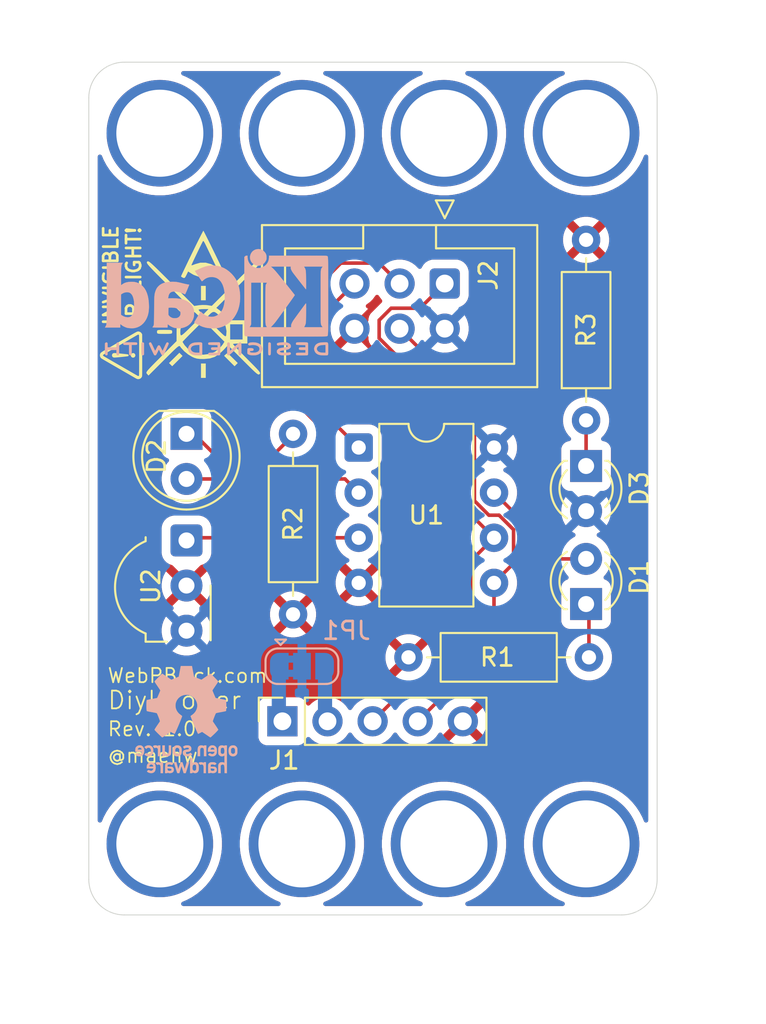
<source format=kicad_pcb>
(kicad_pcb (version 20241229) (generator "pcbnew") (generator_version "9.0")
  (title_block (title "DiyIrTower") (date "2026-01-23") (rev "1.0") (comment 4 "Author: maehw"))
  (layers (0 "F.Cu" signal) (2 "B.Cu" signal) (13 "F.Paste" user) (15 "B.Paste" user) (5 "F.SilkS" user "F.Silkscreen") (7 "B.SilkS" user "B.Silkscreen") (1 "F.Mask" user) (3 "B.Mask" user) (25 "Edge.Cuts" user))
  (net 0 "")
  (net 1 "Net-(D1-K)")
  (net 2 "/ACTIVITY")
  (net 3 "/IR_TX")
  (net 4 "Net-(D2-K)")
  (net 5 "Net-(D3-K)")
  (net 6 "VCC")
  (net 7 "/UART_TX")
  (net 8 "GND")
  (net 9 "/UART_RX")
  (net 10 "Net-(J2-~{RST})")
  (net 11 "/IR_RX")
  (net 12 "/3V3")
  (net 13 "/5V")
  (footprint "LED_THT:LED_D3.0mm" (layer "F.Cu") (at 117.5 122.23 -90)
    (property "Reference" "D3" (at 1.27 -3 90) (layer "F.SilkS"))
    (property "Value" "POWER LED")
    (pad "1" thru_hole rect (at 0 0 270) (size 1.8 1.8) (drill 0.9) (layers "*.Cu" "*.Mask") (net 5 "Net-(D3-K)"))
    (pad "2" thru_hole circle (at 2.54 0 270) (size 1.8 1.8) (drill 0.9) (layers "*.Cu" "*.Mask") (net 6 "VCC"))
  )
  (footprint "brick-4_9id-6_0od:brick-1x4" (layer "F.Cu") (at 93.5 143.5 90)
    (property "Reference" "MH" (hide yes))
    (property "Value" "brick-1x4")
    (pad "1" thru_hole circle (at 0 0 90) (size 6 6) (drill 4.9) (layers "*.Cu" "*.Mask"))
    (pad "2" thru_hole circle (at 0 8 90) (size 6 6) (drill 4.9) (layers "*.Cu" "*.Mask"))
    (pad "3" thru_hole circle (at 0 16 90) (size 6 6) (drill 4.9) (layers "*.Cu" "*.Mask"))
    (pad "4" thru_hole circle (at 0 24 90) (size 6 6) (drill 4.9) (layers "*.Cu" "*.Mask"))
  )
  (footprint "IrLed:LED_D5.0mm_IRBlue" (layer "F.Cu") (at 95 120.42 -90)
    (property "Reference" "D2" (at 1.27 1.685 90) (layer "F.SilkS"))
    (property "Value" "TSAL6200")
    (pad "1" thru_hole rect (at 0 0 270) (size 1.8 1.8) (drill 0.9) (layers "*.Cu" "*.Mask") (net 4 "Net-(D2-K)"))
    (pad "2" thru_hole circle (at 2.54 0 270) (size 1.8 1.8) (drill 0.9) (layers "*.Cu" "*.Mask") (net 3 "/IR_TX"))
  )
  (footprint "IrLed:DontStareIntoLight_9.0mm" (layer "F.Cu") (at 95.950974 113.442996 -90)
    (property "Reference" "G***" (hide yes))
    (property "Value" "LOGO" (hide yes))
  )
  (footprint "IrLed:Danger_4mm" (layer "F.Cu") (at 91.3 116 90)
    (property "Reference" "G***" (hide yes))
    (property "Value" "LOGO" (hide yes))
  )
  (footprint "brick-4_9id-6_0od:brick-1x4" (layer "F.Cu") (at 93.5 103.5 90)
    (property "Reference" "MH" (hide yes))
    (property "Value" "brick-1x4")
    (pad "1" thru_hole circle (at 0 0 90) (size 6 6) (drill 4.9) (layers "*.Cu" "*.Mask"))
    (pad "2" thru_hole circle (at 0 8 90) (size 6 6) (drill 4.9) (layers "*.Cu" "*.Mask"))
    (pad "3" thru_hole circle (at 0 16 90) (size 6 6) (drill 4.9) (layers "*.Cu" "*.Mask"))
    (pad "4" thru_hole circle (at 0 24 90) (size 6 6) (drill 4.9) (layers "*.Cu" "*.Mask"))
  )
  (footprint "Connector_PinSocket_2.54mm:PinSocket_1x05_P2.54mm_Vertical" (layer "F.Cu") (at 100.4 136.6 90)
    (property "Reference" "J1" (at -2.2 0.1 180) (layer "F.SilkS"))
    (property "Value" "Conn_01x05")
    (pad "1" thru_hole rect (at 0 0 90) (size 1.7 1.7) (drill 1) (layers "*.Cu" "*.Mask") (net 13 "/5V"))
    (pad "2" thru_hole circle (at 0 2.54 90) (size 1.7 1.7) (drill 1) (layers "*.Cu" "*.Mask") (net 12 "/3V3"))
    (pad "3" thru_hole circle (at 0 5.08 90) (size 1.7 1.7) (drill 1) (layers "*.Cu" "*.Mask") (net 7 "/UART_TX"))
    (pad "4" thru_hole circle (at 0 7.62 90) (size 1.7 1.7) (drill 1) (layers "*.Cu" "*.Mask") (net 9 "/UART_RX"))
    (pad "5" thru_hole circle (at 0 10.16 90) (size 1.7 1.7) (drill 1) (layers "*.Cu" "*.Mask") (net 8 "GND"))
  )
  (footprint "Connector_IDC:IDC-Header_2x03_P2.54mm_Vertical" (layer "F.Cu") (at 109.54 111.96 -90)
    (property "Reference" "J2" (at -0.46 -2.46 90) (layer "F.SilkS"))
    (property "Value" "AVR-ISP-6")
    (pad "1" thru_hole roundrect (at 0 0 270) (size 1.7 1.7) (drill 1) (layers "*.Cu" "*.Mask") (roundrect_rratio 0.147059) (net 7 "/UART_TX"))
    (pad "2" thru_hole circle (at 2.54 0 270) (size 1.7 1.7) (drill 1) (layers "*.Cu" "*.Mask") (net 6 "VCC"))
    (pad "3" thru_hole circle (at 0 2.54 270) (size 1.7 1.7) (drill 1) (layers "*.Cu" "*.Mask") (net 3 "/IR_TX"))
    (pad "4" thru_hole circle (at 2.54 2.54 270) (size 1.7 1.7) (drill 1) (layers "*.Cu" "*.Mask") (net 9 "/UART_RX"))
    (pad "5" thru_hole circle (at 0 5.08 270) (size 1.7 1.7) (drill 1) (layers "*.Cu" "*.Mask") (net 10 "Net-(J2-~{RST})"))
    (pad "6" thru_hole circle (at 2.54 5.08 270) (size 1.7 1.7) (drill 1) (layers "*.Cu" "*.Mask") (net 8 "GND"))
  )
  (footprint "Package_DIP:DIP-8_W7.62mm" (layer "F.Cu") (at 104.695 121.19)
    (property "Reference" "U1" (at 3.81 3.81 0) (layer "F.SilkS"))
    (property "Value" "ATtiny13-20P")
    (pad "1" thru_hole roundrect (at 0 0) (size 1.6 1.6) (drill 0.8) (layers "*.Cu" "*.Mask") (roundrect_rratio 0.15625) (net 10 "Net-(J2-~{RST})"))
    (pad "2" thru_hole circle (at 0 2.54) (size 1.6 1.6) (drill 0.8) (layers "*.Cu" "*.Mask") (net 3 "/IR_TX"))
    (pad "3" thru_hole circle (at 0 5.08) (size 1.6 1.6) (drill 0.8) (layers "*.Cu" "*.Mask") (net 11 "/IR_RX"))
    (pad "4" thru_hole circle (at 0 7.62) (size 1.6 1.6) (drill 0.8) (layers "*.Cu" "*.Mask") (net 8 "GND"))
    (pad "5" thru_hole circle (at 7.62 7.62) (size 1.6 1.6) (drill 0.8) (layers "*.Cu" "*.Mask") (net 9 "/UART_RX"))
    (pad "6" thru_hole circle (at 7.62 5.08) (size 1.6 1.6) (drill 0.8) (layers "*.Cu" "*.Mask") (net 7 "/UART_TX"))
    (pad "7" thru_hole circle (at 7.62 2.54) (size 1.6 1.6) (drill 0.8) (layers "*.Cu" "*.Mask") (net 2 "/ACTIVITY"))
    (pad "8" thru_hole circle (at 7.62 0) (size 1.6 1.6) (drill 0.8) (layers "*.Cu" "*.Mask") (net 6 "VCC"))
  )
  (footprint "Resistor_THT:R_Axial_DIN0207_L6.3mm_D2.5mm_P10.16mm_Horizontal" (layer "F.Cu") (at 117.66 133 180)
    (property "Reference" "R1" (at 5.16 0 0) (layer "F.SilkS"))
    (property "Value" "680")
    (pad "1" thru_hole circle (at 0 0 180) (size 1.6 1.6) (drill 0.8) (layers "*.Cu" "*.Mask") (net 1 "Net-(D1-K)"))
    (pad "2" thru_hole circle (at 10.16 0 180) (size 1.6 1.6) (drill 0.8) (layers "*.Cu" "*.Mask") (net 8 "GND"))
  )
  (footprint "LED_THT:LED_D3.0mm" (layer "F.Cu") (at 117.5 130 90)
    (property "Reference" "D1" (at 1.5 3 90) (layer "F.SilkS"))
    (property "Value" "ACT LED")
    (pad "1" thru_hole rect (at 0 0 90) (size 1.8 1.8) (drill 0.9) (layers "*.Cu" "*.Mask") (net 1 "Net-(D1-K)"))
    (pad "2" thru_hole circle (at 2.54 0 90) (size 1.8 1.8) (drill 0.9) (layers "*.Cu" "*.Mask") (net 2 "/ACTIVITY"))
  )
  (footprint "Resistor_THT:R_Axial_DIN0207_L6.3mm_D2.5mm_P10.16mm_Horizontal" (layer "F.Cu") (at 101 120.42 -90)
    (property "Reference" "R2" (at 5.08 0 90) (layer "F.SilkS"))
    (property "Value" "680")
    (pad "1" thru_hole circle (at 0 0 270) (size 1.6 1.6) (drill 0.8) (layers "*.Cu" "*.Mask") (net 4 "Net-(D2-K)"))
    (pad "2" thru_hole circle (at 10.16 0 270) (size 1.6 1.6) (drill 0.8) (layers "*.Cu" "*.Mask") (net 8 "GND"))
  )
  (footprint "OptoDevice:Vishay_MOLD-3Pin" (layer "F.Cu") (at 95 126.42 -90)
    (property "Reference" "U2" (at 2.58 2 90) (layer "F.SilkS"))
    (property "Value" "TSOP43xx")
    (pad "1" thru_hole roundrect (at 0 0 270) (size 1.8 1.8) (drill 0.9) (layers "*.Cu" "*.Mask") (roundrect_rratio 0.138) (net 11 "/IR_RX"))
    (pad "2" thru_hole circle (at 2.54 0 270) (size 1.8 1.8) (drill 0.9) (layers "*.Cu" "*.Mask") (net 8 "GND"))
    (pad "3" thru_hole circle (at 5.08 0 270) (size 1.8 1.8) (drill 0.9) (layers "*.Cu" "*.Mask") (net 6 "VCC"))
  )
  (footprint "Resistor_THT:R_Axial_DIN0207_L6.3mm_D2.5mm_P10.16mm_Horizontal" (layer "F.Cu") (at 117.5 119.66 90)
    (property "Reference" "R3" (at 5.08 0 90) (layer "F.SilkS"))
    (property "Value" "680")
    (pad "1" thru_hole circle (at 0 0 90) (size 1.6 1.6) (drill 0.8) (layers "*.Cu" "*.Mask") (net 5 "Net-(D3-K)"))
    (pad "2" thru_hole circle (at 10.16 0 90) (size 1.6 1.6) (drill 0.8) (layers "*.Cu" "*.Mask") (net 8 "GND"))
  )
  (footprint "Symbol:KiCad-Logo2_5mm_SilkScreen" (layer "B.Cu") (at 96.7 113 180)
    (property "Reference" "REF**" (hide yes))
    (property "Value" "KiCad-Logo2_5mm_SilkScreen" (hide yes))
  )
  (footprint "Symbol:OSHW-Logo_5.7x6mm_SilkScreen" (layer "B.Cu") (at 95 136.5 180)
    (property "Reference" "REF**" (hide yes))
    (property "Value" "OSHW-Logo_5.7x6mm_SilkScreen" (hide yes))
  )
  (footprint "Jumper:SolderJumper-3_P1.3mm_Bridged2Bar12_RoundedPad1.0x1.5mm" (layer "B.Cu") (at 101.5 133.5)
    (property "Reference" "JP1" (at 2.5 -2 0) (layer "B.SilkS") (effects (justify mirror)))
    (property "Value" "SolderJumper_3_Bridged12")
    (fp_poly (pts (xy -0.9 -0.2) (xy -0.4 -0.2) (xy -0.4 -0.6) (xy -0.9 -0.6)) (fill yes) (layer "B.Cu"))
    (fp_poly (pts (xy -0.9 0.6) (xy -0.4 0.6) (xy -0.4 0.2) (xy -0.9 0.2)) (fill yes) (layer "B.Cu"))
    (pad "1" smd custom (at -1.3 0) (size 1 0.5) (layers "B.Cu" "B.Mask") (net 13 "/5V") (options (clearance outline) (anchor rect)) (primitives (gr_circle (center 0 -0.25) (end 0.5 -0.25) (width 0) (fill yes)) (gr_circle (center 0 0.25) (end 0.5 0.25) (width 0) (fill yes)) (gr_poly (pts (xy 0.55 -0.75) (xy 0 -0.75) (xy 0 0.75) (xy 0.55 0.75)) (width 0) (fill yes))))
    (pad "2" smd rect (at 0 0) (size 1 1.5) (layers "B.Cu" "B.Mask") (net 6 "VCC"))
    (pad "3" smd custom (at 1.3 0) (size 1 0.5) (layers "B.Cu" "B.Mask") (net 12 "/3V3") (options (clearance outline) (anchor rect)) (primitives (gr_circle (center 0 -0.25) (end 0.5 -0.25) (width 0) (fill yes)) (gr_circle (center 0 0.25) (end 0.5 0.25) (width 0) (fill yes)) (gr_poly (pts (xy 0 -0.75) (xy -0.55 -0.75) (xy -0.55 0.75) (xy 0 0.75)) (width 0) (fill yes))))
  )
  (gr_line (start 121.5 101.5) (end 121.5 145.5) (stroke (width 0.05)) (layer "Edge.Cuts"))
  (gr_line (start 89.5 145.5) (end 89.5 101.5) (stroke (width 0.05)) (layer "Edge.Cuts"))
  (gr_arc (start 119.5 99.5) (mid 120.914214 100.085786) (end 121.5 101.5) (stroke (width 0.05)) (layer "Edge.Cuts"))
  (gr_arc (start 91.5 147.5) (mid 90.085786 146.914214) (end 89.5 145.5) (stroke (width 0.05)) (layer "Edge.Cuts"))
  (gr_arc (start 89.5 101.5) (mid 90.085786 100.085786) (end 91.5 99.5) (stroke (width 0.05)) (layer "Edge.Cuts"))
  (gr_line (start 119.5 147.5) (end 91.5 147.5) (stroke (width 0.05)) (layer "Edge.Cuts"))
  (gr_arc (start 121.5 145.5) (mid 120.914214 146.914214) (end 119.5 147.5) (stroke (width 0.05)) (layer "Edge.Cuts"))
  (gr_line (start 91.5 99.5) (end 119.5 99.5) (stroke (width 0.05)) (layer "Edge.Cuts"))
  (gr_text "WebPBrick.com" (at 90.5 134.5 0) (layer "F.SilkS") (effects (font (size 0.8 0.8) (thickness 0.1)) (justify left bottom)))
  (gr_text "DiyIrTower" (at 90.5 136 0) (layer "F.SilkS") (effects (font (size 1 1) (thickness 0.1)) (justify left bottom)))
  (gr_text "INVISIBLE\nIR LIGHT!" (at 92.5 111.5 90) (layer "F.SilkS") (effects (font (size 0.8 0.8)) (justify bottom)))
  (gr_text "@maehw" (at 90.5 139 0) (layer "F.SilkS") (effects (font (size 0.8 0.8) (thickness 0.1)) (justify left bottom)))
  (gr_text "Rev. 1.0" (at 90.5 137.5 0) (layer "F.SilkS") (effects (font (size 0.8 0.8) (thickness 0.1)) (justify left bottom)))
  (segment (start 117.66 130.16) (end 117.5 130) (width 0.2) (layer "F.Cu") (net 1))
  (segment (start 117.66 133) (end 117.66 130.16) (width 0.2) (layer "F.Cu") (net 1))
  (segment (start 116 127.415) (end 116 127.5) (width 0.2) (layer "F.Cu") (net 2))
  (segment (start 116 127.5) (end 116.04 127.46) (width 0.2) (layer "F.Cu") (net 2))
  (segment (start 116.04 127.46) (end 117.5 127.46) (width 0.2) (layer "F.Cu") (net 2))
  (segment (start 112.315 123.73) (end 116 127.415) (width 0.2) (layer "F.Cu") (net 2))
  (segment (start 103.691 110.809) (end 101.5 113) (width 0.2) (layer "F.Cu") (net 3))
  (segment (start 103.5 122.96) (end 103.925 122.96) (width 0.2) (layer "F.Cu") (net 3))
  (segment (start 103.925 122.96) (end 104.695 123.73) (width 0.2) (layer "F.Cu") (net 3))
  (segment (start 103 122.96) (end 103.5 122.96) (width 0.2) (layer "F.Cu") (net 3))
  (segment (start 103 120.5) (end 103 122.96) (width 0.2) (layer "F.Cu") (net 3))
  (segment (start 101.5 119) (end 103 120.5) (width 0.2) (layer "F.Cu") (net 3))
  (segment (start 107 111.96) (end 105.849 110.809) (width 0.2) (layer "F.Cu") (net 3))
  (segment (start 101.5 113) (end 101.5 119) (width 0.2) (layer "F.Cu") (net 3))
  (segment (start 105.849 110.809) (end 103.691 110.809) (width 0.2) (layer "F.Cu") (net 3))
  (segment (start 95 122.96) (end 103 122.96) (width 0.2) (layer "F.Cu") (net 3))
  (segment (start 97 122) (end 99.5 122) (width 0.2) (layer "F.Cu") (net 4))
  (segment (start 99.5 122) (end 101 120.5) (width 0.2) (layer "F.Cu") (net 4))
  (segment (start 95 120.42) (end 95.42 120.42) (width 0.2) (layer "F.Cu") (net 4))
  (segment (start 95.42 120.42) (end 97 122) (width 0.2) (layer "F.Cu") (net 4))
  (segment (start 101 120.5) (end 101 120.42) (width 0.2) (layer "F.Cu") (net 4))
  (segment (start 117.5 122.23) (end 117.5 119.66) (width 0.2) (layer "F.Cu") (net 5))
  (segment (start 108.151 113.349) (end 106.52324 113.349) (width 0.2) (layer "F.Cu") (net 7))
  (segment (start 111 127.585) (end 112.315 126.27) (width 0.2) (layer "F.Cu") (net 7))
  (segment (start 107.58 134.5) (end 109 134.5) (width 0.2) (layer "F.Cu") (net 7))
  (segment (start 106.52324 113.349) (end 105.849 114.02324) (width 0.2) (layer "F.Cu") (net 7))
  (segment (start 109 134.5) (end 111 132.5) (width 0.2) (layer "F.Cu") (net 7))
  (segment (start 110.813 124.768) (end 112.315 126.27) (width 0.2) (layer "F.Cu") (net 7))
  (segment (start 105.48 136.6) (end 107.58 134.5) (width 0.2) (layer "F.Cu") (net 7))
  (segment (start 111 132.5) (end 111 127.585) (width 0.2) (layer "F.Cu") (net 7))
  (segment (start 110.813 120) (end 110.813 124.768) (width 0.2) (layer "F.Cu") (net 7))
  (segment (start 105.849 115.036) (end 110.813 120) (width 0.2) (layer "F.Cu") (net 7))
  (segment (start 105.849 114.02324) (end 105.849 115.036) (width 0.2) (layer "F.Cu") (net 7))
  (segment (start 109.54 111.96) (end 108.151 113.349) (width 0.2) (layer "F.Cu") (net 7))
  (segment (start 111.214 118.714) (end 111.214 124.18605) (width 0.2) (layer "F.Cu") (net 9))
  (segment (start 107 114.5) (end 111.214 118.714) (width 0.2) (layer "F.Cu") (net 9))
  (segment (start 113.416 125.81395) (end 113.416 127.709) (width 0.2) (layer "F.Cu") (net 9))
  (segment (start 112.02795 125) (end 112.60205 125) (width 0.2) (layer "F.Cu") (net 9))
  (segment (start 113.416 127.709) (end 112.315 128.81) (width 0.2) (layer "F.Cu") (net 9))
  (segment (start 112.60205 125) (end 113.416 125.81395) (width 0.2) (layer "F.Cu") (net 9))
  (segment (start 112.315 132.305) (end 108.02 136.6) (width 0.2) (layer "F.Cu") (net 9))
  (segment (start 111.214 124.18605) (end 112.02795 125) (width 0.2) (layer "F.Cu") (net 9))
  (segment (start 112.315 128.81) (end 112.315 132.305) (width 0.2) (layer "F.Cu") (net 9))
  (segment (start 104.46 111.96) (end 102 114.42) (width 0.2) (layer "F.Cu") (net 10))
  (segment (start 104.69 121.19) (end 104.695 121.19) (width 0.2) (layer "F.Cu") (net 10))
  (segment (start 102 114.42) (end 102 118.5) (width 0.2) (layer "F.Cu") (net 10))
  (segment (start 102 118.5) (end 104.69 121.19) (width 0.2) (layer "F.Cu") (net 10))
  (segment (start 95.15 126.27) (end 95 126.42) (width 0.2) (layer "F.Cu") (net 11))
  (segment (start 104.695 126.27) (end 95.15 126.27) (width 0.2) (layer "F.Cu") (net 11))
  (segment (start 102.8 136.46) (end 102.94 136.6) (width 0.2) (layer "B.Cu") (net 12))
  (segment (start 102.8 133.5) (end 102.8 136.46) (width 0.8) (layer "B.Cu") (net 12))
  (segment (start 100.2 133.5) (end 100.2 136.4) (width 0.8) (layer "B.Cu") (net 13))
  (segment (start 100.2 136.4) (end 100.4 136.6) (width 0.2) (layer "B.Cu") (net 13))
  (zone (net 8) (net_name "GND") (layer "F.Cu") (connect_pads (clearance 0.5)) (min_thickness 0.25) (fill yes (thermal_gap 0.5) (thermal_bridge_width 0.5))
    (polygon (pts (xy 88 98.5) (xy 123.5 98.5) (xy 123.5 149) (xy 88 149)))
  )
  (zone (net 6) (net_name "VCC") (layer "B.Cu") (priority 1) (connect_pads (clearance 0.5)) (min_thickness 0.25) (fill yes (thermal_gap 0.5) (thermal_bridge_width 0.5))
    (polygon (pts (xy 87 97) (xy 125 96) (xy 125 151) (xy 84.5 151.5) (xy 85 98.5) (xy 85.5 98.5)))
  )
)
</source>
